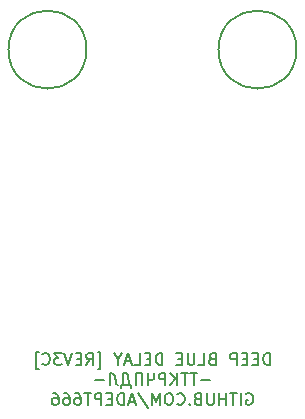
<source format=gbr>
G04 #@! TF.GenerationSoftware,KiCad,Pcbnew,5.1.12-84ad8e8a86~92~ubuntu20.04.1*
G04 #@! TF.CreationDate,2024-08-07T09:29:16+00:00*
G04 #@! TF.ProjectId,___-1.17.C-1,221a1f2d-312e-4313-972e-432d312e6b69,3C*
G04 #@! TF.SameCoordinates,Original*
G04 #@! TF.FileFunction,Legend,Bot*
G04 #@! TF.FilePolarity,Positive*
%FSLAX46Y46*%
G04 Gerber Fmt 4.6, Leading zero omitted, Abs format (unit mm)*
G04 Created by KiCad (PCBNEW 5.1.12-84ad8e8a86~92~ubuntu20.04.1) date 2024-08-07 09:29:16*
%MOMM*%
%LPD*%
G01*
G04 APERTURE LIST*
%ADD10C,0.200000*%
%ADD11C,2.100000*%
%ADD12C,6.200000*%
%ADD13O,5.200000X3.200000*%
%ADD14O,3.200000X5.200000*%
%ADD15O,5.700000X3.200000*%
G04 APERTURE END LIST*
D10*
X115338571Y-124482380D02*
X115338571Y-123482380D01*
X115100476Y-123482380D01*
X114957619Y-123530000D01*
X114862380Y-123625238D01*
X114814761Y-123720476D01*
X114767142Y-123910952D01*
X114767142Y-124053809D01*
X114814761Y-124244285D01*
X114862380Y-124339523D01*
X114957619Y-124434761D01*
X115100476Y-124482380D01*
X115338571Y-124482380D01*
X114338571Y-123958571D02*
X114005238Y-123958571D01*
X113862380Y-124482380D02*
X114338571Y-124482380D01*
X114338571Y-123482380D01*
X113862380Y-123482380D01*
X113433809Y-123958571D02*
X113100476Y-123958571D01*
X112957619Y-124482380D02*
X113433809Y-124482380D01*
X113433809Y-123482380D01*
X112957619Y-123482380D01*
X112529047Y-124482380D02*
X112529047Y-123482380D01*
X112148095Y-123482380D01*
X112052857Y-123530000D01*
X112005238Y-123577619D01*
X111957619Y-123672857D01*
X111957619Y-123815714D01*
X112005238Y-123910952D01*
X112052857Y-123958571D01*
X112148095Y-124006190D01*
X112529047Y-124006190D01*
X110433809Y-123958571D02*
X110290952Y-124006190D01*
X110243333Y-124053809D01*
X110195714Y-124149047D01*
X110195714Y-124291904D01*
X110243333Y-124387142D01*
X110290952Y-124434761D01*
X110386190Y-124482380D01*
X110767142Y-124482380D01*
X110767142Y-123482380D01*
X110433809Y-123482380D01*
X110338571Y-123530000D01*
X110290952Y-123577619D01*
X110243333Y-123672857D01*
X110243333Y-123768095D01*
X110290952Y-123863333D01*
X110338571Y-123910952D01*
X110433809Y-123958571D01*
X110767142Y-123958571D01*
X109290952Y-124482380D02*
X109767142Y-124482380D01*
X109767142Y-123482380D01*
X108957619Y-123482380D02*
X108957619Y-124291904D01*
X108910000Y-124387142D01*
X108862380Y-124434761D01*
X108767142Y-124482380D01*
X108576666Y-124482380D01*
X108481428Y-124434761D01*
X108433809Y-124387142D01*
X108386190Y-124291904D01*
X108386190Y-123482380D01*
X107910000Y-123958571D02*
X107576666Y-123958571D01*
X107433809Y-124482380D02*
X107910000Y-124482380D01*
X107910000Y-123482380D01*
X107433809Y-123482380D01*
X106243333Y-124482380D02*
X106243333Y-123482380D01*
X106005238Y-123482380D01*
X105862380Y-123530000D01*
X105767142Y-123625238D01*
X105719523Y-123720476D01*
X105671904Y-123910952D01*
X105671904Y-124053809D01*
X105719523Y-124244285D01*
X105767142Y-124339523D01*
X105862380Y-124434761D01*
X106005238Y-124482380D01*
X106243333Y-124482380D01*
X105243333Y-123958571D02*
X104910000Y-123958571D01*
X104767142Y-124482380D02*
X105243333Y-124482380D01*
X105243333Y-123482380D01*
X104767142Y-123482380D01*
X103862380Y-124482380D02*
X104338571Y-124482380D01*
X104338571Y-123482380D01*
X103576666Y-124196666D02*
X103100476Y-124196666D01*
X103671904Y-124482380D02*
X103338571Y-123482380D01*
X103005238Y-124482380D01*
X102481428Y-124006190D02*
X102481428Y-124482380D01*
X102814761Y-123482380D02*
X102481428Y-124006190D01*
X102148095Y-123482380D01*
X100767142Y-124815714D02*
X101005238Y-124815714D01*
X101005238Y-123387142D01*
X100767142Y-123387142D01*
X99814761Y-124482380D02*
X100148095Y-124006190D01*
X100386190Y-124482380D02*
X100386190Y-123482380D01*
X100005238Y-123482380D01*
X99910000Y-123530000D01*
X99862380Y-123577619D01*
X99814761Y-123672857D01*
X99814761Y-123815714D01*
X99862380Y-123910952D01*
X99910000Y-123958571D01*
X100005238Y-124006190D01*
X100386190Y-124006190D01*
X99386190Y-123958571D02*
X99052857Y-123958571D01*
X98910000Y-124482380D02*
X99386190Y-124482380D01*
X99386190Y-123482380D01*
X98910000Y-123482380D01*
X98624285Y-123482380D02*
X98290952Y-124482380D01*
X97957619Y-123482380D01*
X97719523Y-123482380D02*
X97100476Y-123482380D01*
X97433809Y-123863333D01*
X97290952Y-123863333D01*
X97195714Y-123910952D01*
X97148095Y-123958571D01*
X97100476Y-124053809D01*
X97100476Y-124291904D01*
X97148095Y-124387142D01*
X97195714Y-124434761D01*
X97290952Y-124482380D01*
X97576666Y-124482380D01*
X97671904Y-124434761D01*
X97719523Y-124387142D01*
X96100476Y-124387142D02*
X96148095Y-124434761D01*
X96290952Y-124482380D01*
X96386190Y-124482380D01*
X96529047Y-124434761D01*
X96624285Y-124339523D01*
X96671904Y-124244285D01*
X96719523Y-124053809D01*
X96719523Y-123910952D01*
X96671904Y-123720476D01*
X96624285Y-123625238D01*
X96529047Y-123530000D01*
X96386190Y-123482380D01*
X96290952Y-123482380D01*
X96148095Y-123530000D01*
X96100476Y-123577619D01*
X95767142Y-124815714D02*
X95529047Y-124815714D01*
X95529047Y-123387142D01*
X95767142Y-123387142D01*
X110267142Y-125801428D02*
X109505238Y-125801428D01*
X109171904Y-125182380D02*
X108600476Y-125182380D01*
X108886190Y-126182380D02*
X108886190Y-125182380D01*
X108410000Y-125182380D02*
X107838571Y-125182380D01*
X108124285Y-126182380D02*
X108124285Y-125182380D01*
X107505238Y-126182380D02*
X107505238Y-125182380D01*
X106933809Y-126182380D02*
X107362380Y-125610952D01*
X106933809Y-125182380D02*
X107505238Y-125753809D01*
X106505238Y-126182380D02*
X106505238Y-125182380D01*
X106124285Y-125182380D01*
X106029047Y-125230000D01*
X105981428Y-125277619D01*
X105933809Y-125372857D01*
X105933809Y-125515714D01*
X105981428Y-125610952D01*
X106029047Y-125658571D01*
X106124285Y-125706190D01*
X106505238Y-125706190D01*
X105029047Y-125182380D02*
X105029047Y-126182380D01*
X105552857Y-125182380D02*
X105552857Y-125563333D01*
X105505238Y-125658571D01*
X105457619Y-125706190D01*
X105362380Y-125753809D01*
X105029047Y-125753809D01*
X104552857Y-126182380D02*
X104552857Y-125182380D01*
X103981428Y-125182380D01*
X103981428Y-126182380D01*
X102743333Y-126420476D02*
X102743333Y-126182380D01*
X103600476Y-126182380D01*
X103600476Y-126420476D01*
X102933809Y-126182380D02*
X102933809Y-125182380D01*
X103171904Y-125182380D01*
X103267142Y-125230000D01*
X103314761Y-125277619D01*
X103362380Y-125372857D01*
X103457619Y-126182380D01*
X101790952Y-126182380D02*
X101790952Y-125182380D01*
X101933809Y-125182380D01*
X102076666Y-125230000D01*
X102171904Y-125325238D01*
X102219523Y-125468095D01*
X102314761Y-126039523D01*
X102362380Y-126134761D01*
X102457619Y-126182380D01*
X102505238Y-126182380D01*
X101314761Y-125801428D02*
X100552857Y-125801428D01*
X113362380Y-126930000D02*
X113457619Y-126882380D01*
X113600476Y-126882380D01*
X113743333Y-126930000D01*
X113838571Y-127025238D01*
X113886190Y-127120476D01*
X113933809Y-127310952D01*
X113933809Y-127453809D01*
X113886190Y-127644285D01*
X113838571Y-127739523D01*
X113743333Y-127834761D01*
X113600476Y-127882380D01*
X113505238Y-127882380D01*
X113362380Y-127834761D01*
X113314761Y-127787142D01*
X113314761Y-127453809D01*
X113505238Y-127453809D01*
X112886190Y-127882380D02*
X112886190Y-126882380D01*
X112552857Y-126882380D02*
X111981428Y-126882380D01*
X112267142Y-127882380D02*
X112267142Y-126882380D01*
X111648095Y-127882380D02*
X111648095Y-126882380D01*
X111648095Y-127358571D02*
X111076666Y-127358571D01*
X111076666Y-127882380D02*
X111076666Y-126882380D01*
X110600476Y-126882380D02*
X110600476Y-127691904D01*
X110552857Y-127787142D01*
X110505238Y-127834761D01*
X110410000Y-127882380D01*
X110219523Y-127882380D01*
X110124285Y-127834761D01*
X110076666Y-127787142D01*
X110029047Y-127691904D01*
X110029047Y-126882380D01*
X109219523Y-127358571D02*
X109076666Y-127406190D01*
X109029047Y-127453809D01*
X108981428Y-127549047D01*
X108981428Y-127691904D01*
X109029047Y-127787142D01*
X109076666Y-127834761D01*
X109171904Y-127882380D01*
X109552857Y-127882380D01*
X109552857Y-126882380D01*
X109219523Y-126882380D01*
X109124285Y-126930000D01*
X109076666Y-126977619D01*
X109029047Y-127072857D01*
X109029047Y-127168095D01*
X109076666Y-127263333D01*
X109124285Y-127310952D01*
X109219523Y-127358571D01*
X109552857Y-127358571D01*
X108552857Y-127787142D02*
X108505238Y-127834761D01*
X108552857Y-127882380D01*
X108600476Y-127834761D01*
X108552857Y-127787142D01*
X108552857Y-127882380D01*
X107505238Y-127787142D02*
X107552857Y-127834761D01*
X107695714Y-127882380D01*
X107790952Y-127882380D01*
X107933809Y-127834761D01*
X108029047Y-127739523D01*
X108076666Y-127644285D01*
X108124285Y-127453809D01*
X108124285Y-127310952D01*
X108076666Y-127120476D01*
X108029047Y-127025238D01*
X107933809Y-126930000D01*
X107790952Y-126882380D01*
X107695714Y-126882380D01*
X107552857Y-126930000D01*
X107505238Y-126977619D01*
X106886190Y-126882380D02*
X106695714Y-126882380D01*
X106600476Y-126930000D01*
X106505238Y-127025238D01*
X106457619Y-127215714D01*
X106457619Y-127549047D01*
X106505238Y-127739523D01*
X106600476Y-127834761D01*
X106695714Y-127882380D01*
X106886190Y-127882380D01*
X106981428Y-127834761D01*
X107076666Y-127739523D01*
X107124285Y-127549047D01*
X107124285Y-127215714D01*
X107076666Y-127025238D01*
X106981428Y-126930000D01*
X106886190Y-126882380D01*
X106029047Y-127882380D02*
X106029047Y-126882380D01*
X105695714Y-127596666D01*
X105362380Y-126882380D01*
X105362380Y-127882380D01*
X104171904Y-126834761D02*
X105029047Y-128120476D01*
X103886190Y-127596666D02*
X103410000Y-127596666D01*
X103981428Y-127882380D02*
X103648095Y-126882380D01*
X103314761Y-127882380D01*
X102981428Y-127882380D02*
X102981428Y-126882380D01*
X102743333Y-126882380D01*
X102600476Y-126930000D01*
X102505238Y-127025238D01*
X102457619Y-127120476D01*
X102410000Y-127310952D01*
X102410000Y-127453809D01*
X102457619Y-127644285D01*
X102505238Y-127739523D01*
X102600476Y-127834761D01*
X102743333Y-127882380D01*
X102981428Y-127882380D01*
X101981428Y-127358571D02*
X101648095Y-127358571D01*
X101505238Y-127882380D02*
X101981428Y-127882380D01*
X101981428Y-126882380D01*
X101505238Y-126882380D01*
X101076666Y-127882380D02*
X101076666Y-126882380D01*
X100695714Y-126882380D01*
X100600476Y-126930000D01*
X100552857Y-126977619D01*
X100505238Y-127072857D01*
X100505238Y-127215714D01*
X100552857Y-127310952D01*
X100600476Y-127358571D01*
X100695714Y-127406190D01*
X101076666Y-127406190D01*
X100219523Y-126882380D02*
X99648095Y-126882380D01*
X99933809Y-127882380D02*
X99933809Y-126882380D01*
X98886190Y-126882380D02*
X99076666Y-126882380D01*
X99171904Y-126930000D01*
X99219523Y-126977619D01*
X99314761Y-127120476D01*
X99362380Y-127310952D01*
X99362380Y-127691904D01*
X99314761Y-127787142D01*
X99267142Y-127834761D01*
X99171904Y-127882380D01*
X98981428Y-127882380D01*
X98886190Y-127834761D01*
X98838571Y-127787142D01*
X98790952Y-127691904D01*
X98790952Y-127453809D01*
X98838571Y-127358571D01*
X98886190Y-127310952D01*
X98981428Y-127263333D01*
X99171904Y-127263333D01*
X99267142Y-127310952D01*
X99314761Y-127358571D01*
X99362380Y-127453809D01*
X97933809Y-126882380D02*
X98124285Y-126882380D01*
X98219523Y-126930000D01*
X98267142Y-126977619D01*
X98362380Y-127120476D01*
X98410000Y-127310952D01*
X98410000Y-127691904D01*
X98362380Y-127787142D01*
X98314761Y-127834761D01*
X98219523Y-127882380D01*
X98029047Y-127882380D01*
X97933809Y-127834761D01*
X97886190Y-127787142D01*
X97838571Y-127691904D01*
X97838571Y-127453809D01*
X97886190Y-127358571D01*
X97933809Y-127310952D01*
X98029047Y-127263333D01*
X98219523Y-127263333D01*
X98314761Y-127310952D01*
X98362380Y-127358571D01*
X98410000Y-127453809D01*
X96981428Y-126882380D02*
X97171904Y-126882380D01*
X97267142Y-126930000D01*
X97314761Y-126977619D01*
X97410000Y-127120476D01*
X97457619Y-127310952D01*
X97457619Y-127691904D01*
X97410000Y-127787142D01*
X97362380Y-127834761D01*
X97267142Y-127882380D01*
X97076666Y-127882380D01*
X96981428Y-127834761D01*
X96933809Y-127787142D01*
X96886190Y-127691904D01*
X96886190Y-127453809D01*
X96933809Y-127358571D01*
X96981428Y-127310952D01*
X97076666Y-127263333D01*
X97267142Y-127263333D01*
X97362380Y-127310952D01*
X97410000Y-127358571D01*
X97457619Y-127453809D01*
X117602000Y-97790000D02*
G75*
G03*
X117602000Y-97790000I-3302000J0D01*
G01*
X99822000Y-97790000D02*
G75*
G03*
X99822000Y-97790000I-3302000J0D01*
G01*
%LPC*%
D11*
X110490000Y-133350000D03*
G36*
G01*
X106900000Y-134300000D02*
X106900000Y-132400000D01*
G75*
G02*
X107000000Y-132300000I100000J0D01*
G01*
X108900000Y-132300000D01*
G75*
G02*
X109000000Y-132400000I0J-100000D01*
G01*
X109000000Y-134300000D01*
G75*
G02*
X108900000Y-134400000I-100000J0D01*
G01*
X107000000Y-134400000D01*
G75*
G02*
X106900000Y-134300000I0J100000D01*
G01*
G37*
X105410000Y-133350000D03*
G36*
G01*
X101820000Y-134300000D02*
X101820000Y-132400000D01*
G75*
G02*
X101920000Y-132300000I100000J0D01*
G01*
X103820000Y-132300000D01*
G75*
G02*
X103920000Y-132400000I0J-100000D01*
G01*
X103920000Y-134300000D01*
G75*
G02*
X103820000Y-134400000I-100000J0D01*
G01*
X101920000Y-134400000D01*
G75*
G02*
X101820000Y-134300000I0J100000D01*
G01*
G37*
X100330000Y-133350000D03*
X91440000Y-119380000D03*
G36*
G01*
X87850000Y-120330000D02*
X87850000Y-118430000D01*
G75*
G02*
X87950000Y-118330000I100000J0D01*
G01*
X89850000Y-118330000D01*
G75*
G02*
X89950000Y-118430000I0J-100000D01*
G01*
X89950000Y-120330000D01*
G75*
G02*
X89850000Y-120430000I-100000J0D01*
G01*
X87950000Y-120430000D01*
G75*
G02*
X87850000Y-120330000I0J100000D01*
G01*
G37*
X86360000Y-119380000D03*
G36*
G01*
X82770000Y-120330000D02*
X82770000Y-118430000D01*
G75*
G02*
X82870000Y-118330000I100000J0D01*
G01*
X84770000Y-118330000D01*
G75*
G02*
X84870000Y-118430000I0J-100000D01*
G01*
X84870000Y-120330000D01*
G75*
G02*
X84770000Y-120430000I-100000J0D01*
G01*
X82870000Y-120430000D01*
G75*
G02*
X82770000Y-120330000I0J100000D01*
G01*
G37*
X81280000Y-119380000D03*
X129540000Y-119380000D03*
G36*
G01*
X125950000Y-120330000D02*
X125950000Y-118430000D01*
G75*
G02*
X126050000Y-118330000I100000J0D01*
G01*
X127950000Y-118330000D01*
G75*
G02*
X128050000Y-118430000I0J-100000D01*
G01*
X128050000Y-120330000D01*
G75*
G02*
X127950000Y-120430000I-100000J0D01*
G01*
X126050000Y-120430000D01*
G75*
G02*
X125950000Y-120330000I0J100000D01*
G01*
G37*
X124460000Y-119380000D03*
G36*
G01*
X120870000Y-120330000D02*
X120870000Y-118430000D01*
G75*
G02*
X120970000Y-118330000I100000J0D01*
G01*
X122870000Y-118330000D01*
G75*
G02*
X122970000Y-118430000I0J-100000D01*
G01*
X122970000Y-120330000D01*
G75*
G02*
X122870000Y-120430000I-100000J0D01*
G01*
X120970000Y-120430000D01*
G75*
G02*
X120870000Y-120330000I0J100000D01*
G01*
G37*
X119380000Y-119380000D03*
X90170000Y-161925000D03*
G36*
G01*
X82330000Y-160975000D02*
X82330000Y-162875000D01*
G75*
G02*
X82230000Y-162975000I-100000J0D01*
G01*
X80330000Y-162975000D01*
G75*
G02*
X80230000Y-162875000I0J100000D01*
G01*
X80230000Y-160975000D01*
G75*
G02*
X80330000Y-160875000I100000J0D01*
G01*
X82230000Y-160875000D01*
G75*
G02*
X82330000Y-160975000I0J-100000D01*
G01*
G37*
G36*
G01*
X109060000Y-168890000D02*
X109060000Y-166390000D01*
G75*
G02*
X109160000Y-166290000I100000J0D01*
G01*
X111660000Y-166290000D01*
G75*
G02*
X111760000Y-166390000I0J-100000D01*
G01*
X111760000Y-168890000D01*
G75*
G02*
X111660000Y-168990000I-100000J0D01*
G01*
X109160000Y-168990000D01*
G75*
G02*
X109060000Y-168890000I0J100000D01*
G01*
G37*
G36*
G01*
X109060000Y-172890000D02*
X109060000Y-170390000D01*
G75*
G02*
X109160000Y-170290000I100000J0D01*
G01*
X111660000Y-170290000D01*
G75*
G02*
X111760000Y-170390000I0J-100000D01*
G01*
X111760000Y-172890000D01*
G75*
G02*
X111660000Y-172990000I-100000J0D01*
G01*
X109160000Y-172990000D01*
G75*
G02*
X109060000Y-172890000I0J100000D01*
G01*
G37*
G36*
G01*
X109060000Y-164890000D02*
X109060000Y-162390000D01*
G75*
G02*
X109160000Y-162290000I100000J0D01*
G01*
X111660000Y-162290000D01*
G75*
G02*
X111760000Y-162390000I0J-100000D01*
G01*
X111760000Y-164890000D01*
G75*
G02*
X111660000Y-164990000I-100000J0D01*
G01*
X109160000Y-164990000D01*
G75*
G02*
X109060000Y-164890000I0J100000D01*
G01*
G37*
G36*
G01*
X104060000Y-168890000D02*
X104060000Y-166390000D01*
G75*
G02*
X104160000Y-166290000I100000J0D01*
G01*
X106660000Y-166290000D01*
G75*
G02*
X106760000Y-166390000I0J-100000D01*
G01*
X106760000Y-168890000D01*
G75*
G02*
X106660000Y-168990000I-100000J0D01*
G01*
X104160000Y-168990000D01*
G75*
G02*
X104060000Y-168890000I0J100000D01*
G01*
G37*
G36*
G01*
X104060000Y-172890000D02*
X104060000Y-170390000D01*
G75*
G02*
X104160000Y-170290000I100000J0D01*
G01*
X106660000Y-170290000D01*
G75*
G02*
X106760000Y-170390000I0J-100000D01*
G01*
X106760000Y-172890000D01*
G75*
G02*
X106660000Y-172990000I-100000J0D01*
G01*
X104160000Y-172990000D01*
G75*
G02*
X104060000Y-172890000I0J100000D01*
G01*
G37*
G36*
G01*
X104060000Y-164890000D02*
X104060000Y-162390000D01*
G75*
G02*
X104160000Y-162290000I100000J0D01*
G01*
X106660000Y-162290000D01*
G75*
G02*
X106760000Y-162390000I0J-100000D01*
G01*
X106760000Y-164890000D01*
G75*
G02*
X106660000Y-164990000I-100000J0D01*
G01*
X104160000Y-164990000D01*
G75*
G02*
X104060000Y-164890000I0J100000D01*
G01*
G37*
G36*
G01*
X99060000Y-164890000D02*
X99060000Y-162390000D01*
G75*
G02*
X99160000Y-162290000I100000J0D01*
G01*
X101660000Y-162290000D01*
G75*
G02*
X101760000Y-162390000I0J-100000D01*
G01*
X101760000Y-164890000D01*
G75*
G02*
X101660000Y-164990000I-100000J0D01*
G01*
X99160000Y-164990000D01*
G75*
G02*
X99060000Y-164890000I0J100000D01*
G01*
G37*
G36*
G01*
X99060000Y-168890000D02*
X99060000Y-166390000D01*
G75*
G02*
X99160000Y-166290000I100000J0D01*
G01*
X101660000Y-166290000D01*
G75*
G02*
X101760000Y-166390000I0J-100000D01*
G01*
X101760000Y-168890000D01*
G75*
G02*
X101660000Y-168990000I-100000J0D01*
G01*
X99160000Y-168990000D01*
G75*
G02*
X99060000Y-168890000I0J100000D01*
G01*
G37*
G36*
G01*
X99060000Y-172890000D02*
X99060000Y-170390000D01*
G75*
G02*
X99160000Y-170290000I100000J0D01*
G01*
X101660000Y-170290000D01*
G75*
G02*
X101760000Y-170390000I0J-100000D01*
G01*
X101760000Y-172890000D01*
G75*
G02*
X101660000Y-172990000I-100000J0D01*
G01*
X99160000Y-172990000D01*
G75*
G02*
X99060000Y-172890000I0J100000D01*
G01*
G37*
G36*
G01*
X82330000Y-109540000D02*
X82330000Y-111440000D01*
G75*
G02*
X82230000Y-111540000I-100000J0D01*
G01*
X80330000Y-111540000D01*
G75*
G02*
X80230000Y-111440000I0J100000D01*
G01*
X80230000Y-109540000D01*
G75*
G02*
X80330000Y-109440000I100000J0D01*
G01*
X82230000Y-109440000D01*
G75*
G02*
X82330000Y-109540000I0J-100000D01*
G01*
G37*
G36*
G01*
X84870000Y-109540000D02*
X84870000Y-111440000D01*
G75*
G02*
X84770000Y-111540000I-100000J0D01*
G01*
X82870000Y-111540000D01*
G75*
G02*
X82770000Y-111440000I0J100000D01*
G01*
X82770000Y-109540000D01*
G75*
G02*
X82870000Y-109440000I100000J0D01*
G01*
X84770000Y-109440000D01*
G75*
G02*
X84870000Y-109540000I0J-100000D01*
G01*
G37*
X86360000Y-110490000D03*
G36*
G01*
X112710000Y-122970000D02*
X110810000Y-122970000D01*
G75*
G02*
X110710000Y-122870000I0J100000D01*
G01*
X110710000Y-120970000D01*
G75*
G02*
X110810000Y-120870000I100000J0D01*
G01*
X112710000Y-120870000D01*
G75*
G02*
X112810000Y-120970000I0J-100000D01*
G01*
X112810000Y-122870000D01*
G75*
G02*
X112710000Y-122970000I-100000J0D01*
G01*
G37*
G36*
G01*
X115250000Y-122970000D02*
X113350000Y-122970000D01*
G75*
G02*
X113250000Y-122870000I0J100000D01*
G01*
X113250000Y-120970000D01*
G75*
G02*
X113350000Y-120870000I100000J0D01*
G01*
X115250000Y-120870000D01*
G75*
G02*
X115350000Y-120970000I0J-100000D01*
G01*
X115350000Y-122870000D01*
G75*
G02*
X115250000Y-122970000I-100000J0D01*
G01*
G37*
G36*
G01*
X107630000Y-122970000D02*
X105730000Y-122970000D01*
G75*
G02*
X105630000Y-122870000I0J100000D01*
G01*
X105630000Y-120970000D01*
G75*
G02*
X105730000Y-120870000I100000J0D01*
G01*
X107630000Y-120870000D01*
G75*
G02*
X107730000Y-120970000I0J-100000D01*
G01*
X107730000Y-122870000D01*
G75*
G02*
X107630000Y-122970000I-100000J0D01*
G01*
G37*
G36*
G01*
X110170000Y-122970000D02*
X108270000Y-122970000D01*
G75*
G02*
X108170000Y-122870000I0J100000D01*
G01*
X108170000Y-120970000D01*
G75*
G02*
X108270000Y-120870000I100000J0D01*
G01*
X110170000Y-120870000D01*
G75*
G02*
X110270000Y-120970000I0J-100000D01*
G01*
X110270000Y-122870000D01*
G75*
G02*
X110170000Y-122970000I-100000J0D01*
G01*
G37*
G36*
G01*
X115250000Y-130590000D02*
X113350000Y-130590000D01*
G75*
G02*
X113250000Y-130490000I0J100000D01*
G01*
X113250000Y-128590000D01*
G75*
G02*
X113350000Y-128490000I100000J0D01*
G01*
X115250000Y-128490000D01*
G75*
G02*
X115350000Y-128590000I0J-100000D01*
G01*
X115350000Y-130490000D01*
G75*
G02*
X115250000Y-130590000I-100000J0D01*
G01*
G37*
G36*
G01*
X110170000Y-130590000D02*
X108270000Y-130590000D01*
G75*
G02*
X108170000Y-130490000I0J100000D01*
G01*
X108170000Y-128590000D01*
G75*
G02*
X108270000Y-128490000I100000J0D01*
G01*
X110170000Y-128490000D01*
G75*
G02*
X110270000Y-128590000I0J-100000D01*
G01*
X110270000Y-130490000D01*
G75*
G02*
X110170000Y-130590000I-100000J0D01*
G01*
G37*
G36*
G01*
X112710000Y-130590000D02*
X110810000Y-130590000D01*
G75*
G02*
X110710000Y-130490000I0J100000D01*
G01*
X110710000Y-128590000D01*
G75*
G02*
X110810000Y-128490000I100000J0D01*
G01*
X112710000Y-128490000D01*
G75*
G02*
X112810000Y-128590000I0J-100000D01*
G01*
X112810000Y-130490000D01*
G75*
G02*
X112710000Y-130590000I-100000J0D01*
G01*
G37*
G36*
G01*
X107630000Y-130590000D02*
X105730000Y-130590000D01*
G75*
G02*
X105630000Y-130490000I0J100000D01*
G01*
X105630000Y-128590000D01*
G75*
G02*
X105730000Y-128490000I100000J0D01*
G01*
X107630000Y-128490000D01*
G75*
G02*
X107730000Y-128590000I0J-100000D01*
G01*
X107730000Y-130490000D01*
G75*
G02*
X107630000Y-130590000I-100000J0D01*
G01*
G37*
G36*
G01*
X97470000Y-122970000D02*
X95570000Y-122970000D01*
G75*
G02*
X95470000Y-122870000I0J100000D01*
G01*
X95470000Y-120970000D01*
G75*
G02*
X95570000Y-120870000I100000J0D01*
G01*
X97470000Y-120870000D01*
G75*
G02*
X97570000Y-120970000I0J-100000D01*
G01*
X97570000Y-122870000D01*
G75*
G02*
X97470000Y-122970000I-100000J0D01*
G01*
G37*
G36*
G01*
X100010000Y-122970000D02*
X98110000Y-122970000D01*
G75*
G02*
X98010000Y-122870000I0J100000D01*
G01*
X98010000Y-120970000D01*
G75*
G02*
X98110000Y-120870000I100000J0D01*
G01*
X100010000Y-120870000D01*
G75*
G02*
X100110000Y-120970000I0J-100000D01*
G01*
X100110000Y-122870000D01*
G75*
G02*
X100010000Y-122970000I-100000J0D01*
G01*
G37*
G36*
G01*
X102550000Y-122970000D02*
X100650000Y-122970000D01*
G75*
G02*
X100550000Y-122870000I0J100000D01*
G01*
X100550000Y-120970000D01*
G75*
G02*
X100650000Y-120870000I100000J0D01*
G01*
X102550000Y-120870000D01*
G75*
G02*
X102650000Y-120970000I0J-100000D01*
G01*
X102650000Y-122870000D01*
G75*
G02*
X102550000Y-122970000I-100000J0D01*
G01*
G37*
G36*
G01*
X105090000Y-122970000D02*
X103190000Y-122970000D01*
G75*
G02*
X103090000Y-122870000I0J100000D01*
G01*
X103090000Y-120970000D01*
G75*
G02*
X103190000Y-120870000I100000J0D01*
G01*
X105090000Y-120870000D01*
G75*
G02*
X105190000Y-120970000I0J-100000D01*
G01*
X105190000Y-122870000D01*
G75*
G02*
X105090000Y-122970000I-100000J0D01*
G01*
G37*
G36*
G01*
X105090000Y-130590000D02*
X103190000Y-130590000D01*
G75*
G02*
X103090000Y-130490000I0J100000D01*
G01*
X103090000Y-128590000D01*
G75*
G02*
X103190000Y-128490000I100000J0D01*
G01*
X105090000Y-128490000D01*
G75*
G02*
X105190000Y-128590000I0J-100000D01*
G01*
X105190000Y-130490000D01*
G75*
G02*
X105090000Y-130590000I-100000J0D01*
G01*
G37*
G36*
G01*
X102550000Y-130590000D02*
X100650000Y-130590000D01*
G75*
G02*
X100550000Y-130490000I0J100000D01*
G01*
X100550000Y-128590000D01*
G75*
G02*
X100650000Y-128490000I100000J0D01*
G01*
X102550000Y-128490000D01*
G75*
G02*
X102650000Y-128590000I0J-100000D01*
G01*
X102650000Y-130490000D01*
G75*
G02*
X102550000Y-130590000I-100000J0D01*
G01*
G37*
G36*
G01*
X100010000Y-130590000D02*
X98110000Y-130590000D01*
G75*
G02*
X98010000Y-130490000I0J100000D01*
G01*
X98010000Y-128590000D01*
G75*
G02*
X98110000Y-128490000I100000J0D01*
G01*
X100010000Y-128490000D01*
G75*
G02*
X100110000Y-128590000I0J-100000D01*
G01*
X100110000Y-130490000D01*
G75*
G02*
X100010000Y-130590000I-100000J0D01*
G01*
G37*
X96520000Y-129540000D03*
D12*
X114300000Y-97790000D03*
X96520000Y-97790000D03*
D11*
X105410000Y-142240000D03*
G36*
G01*
X105830000Y-140750000D02*
X104990000Y-140750000D01*
G75*
G02*
X104360000Y-140120000I0J630000D01*
G01*
X104360000Y-139280000D01*
G75*
G02*
X104990000Y-138650000I630000J0D01*
G01*
X105830000Y-138650000D01*
G75*
G02*
X106460000Y-139280000I0J-630000D01*
G01*
X106460000Y-140120000D01*
G75*
G02*
X105830000Y-140750000I-630000J0D01*
G01*
G37*
G36*
G01*
X95470000Y-105090000D02*
X95470000Y-103190000D01*
G75*
G02*
X95570000Y-103090000I100000J0D01*
G01*
X97470000Y-103090000D01*
G75*
G02*
X97570000Y-103190000I0J-100000D01*
G01*
X97570000Y-105090000D01*
G75*
G02*
X97470000Y-105190000I-100000J0D01*
G01*
X95570000Y-105190000D01*
G75*
G02*
X95470000Y-105090000I0J100000D01*
G01*
G37*
G36*
G01*
X122140000Y-163510000D02*
X122140000Y-161610000D01*
G75*
G02*
X122240000Y-161510000I100000J0D01*
G01*
X124140000Y-161510000D01*
G75*
G02*
X124240000Y-161610000I0J-100000D01*
G01*
X124240000Y-163510000D01*
G75*
G02*
X124140000Y-163610000I-100000J0D01*
G01*
X122240000Y-163610000D01*
G75*
G02*
X122140000Y-163510000I0J100000D01*
G01*
G37*
G36*
G01*
X104360000Y-177480000D02*
X104360000Y-175580000D01*
G75*
G02*
X104460000Y-175480000I100000J0D01*
G01*
X106360000Y-175480000D01*
G75*
G02*
X106460000Y-175580000I0J-100000D01*
G01*
X106460000Y-177480000D01*
G75*
G02*
X106360000Y-177580000I-100000J0D01*
G01*
X104460000Y-177580000D01*
G75*
G02*
X104360000Y-177480000I0J100000D01*
G01*
G37*
D13*
X105410000Y-101480000D03*
D14*
X100610000Y-104980000D03*
D15*
X105410000Y-107480000D03*
G36*
G01*
X94040000Y-140160000D02*
X97040000Y-140160000D01*
G75*
G02*
X97140000Y-140260000I0J-100000D01*
G01*
X97140000Y-143260000D01*
G75*
G02*
X97040000Y-143360000I-100000J0D01*
G01*
X94040000Y-143360000D01*
G75*
G02*
X93940000Y-143260000I0J100000D01*
G01*
X93940000Y-140260000D01*
G75*
G02*
X94040000Y-140160000I100000J0D01*
G01*
G37*
G36*
G01*
X87740000Y-140160000D02*
X90740000Y-140160000D01*
G75*
G02*
X90840000Y-140260000I0J-100000D01*
G01*
X90840000Y-143260000D01*
G75*
G02*
X90740000Y-143360000I-100000J0D01*
G01*
X87740000Y-143360000D01*
G75*
G02*
X87640000Y-143260000I0J100000D01*
G01*
X87640000Y-140260000D01*
G75*
G02*
X87740000Y-140160000I100000J0D01*
G01*
G37*
G36*
G01*
X81440000Y-140160000D02*
X84440000Y-140160000D01*
G75*
G02*
X84540000Y-140260000I0J-100000D01*
G01*
X84540000Y-143260000D01*
G75*
G02*
X84440000Y-143360000I-100000J0D01*
G01*
X81440000Y-143360000D01*
G75*
G02*
X81340000Y-143260000I0J100000D01*
G01*
X81340000Y-140260000D01*
G75*
G02*
X81440000Y-140160000I100000J0D01*
G01*
G37*
G36*
G01*
X94040000Y-156360000D02*
X97040000Y-156360000D01*
G75*
G02*
X97140000Y-156460000I0J-100000D01*
G01*
X97140000Y-159460000D01*
G75*
G02*
X97040000Y-159560000I-100000J0D01*
G01*
X94040000Y-159560000D01*
G75*
G02*
X93940000Y-159460000I0J100000D01*
G01*
X93940000Y-156460000D01*
G75*
G02*
X94040000Y-156360000I100000J0D01*
G01*
G37*
G36*
G01*
X87740000Y-156360000D02*
X90740000Y-156360000D01*
G75*
G02*
X90840000Y-156460000I0J-100000D01*
G01*
X90840000Y-159460000D01*
G75*
G02*
X90740000Y-159560000I-100000J0D01*
G01*
X87740000Y-159560000D01*
G75*
G02*
X87640000Y-159460000I0J100000D01*
G01*
X87640000Y-156460000D01*
G75*
G02*
X87740000Y-156360000I100000J0D01*
G01*
G37*
G36*
G01*
X81440000Y-156360000D02*
X84440000Y-156360000D01*
G75*
G02*
X84540000Y-156460000I0J-100000D01*
G01*
X84540000Y-159460000D01*
G75*
G02*
X84440000Y-159560000I-100000J0D01*
G01*
X81440000Y-159560000D01*
G75*
G02*
X81340000Y-159460000I0J100000D01*
G01*
X81340000Y-156460000D01*
G75*
G02*
X81440000Y-156360000I100000J0D01*
G01*
G37*
G36*
G01*
X116780000Y-159560000D02*
X113780000Y-159560000D01*
G75*
G02*
X113680000Y-159460000I0J100000D01*
G01*
X113680000Y-156460000D01*
G75*
G02*
X113780000Y-156360000I100000J0D01*
G01*
X116780000Y-156360000D01*
G75*
G02*
X116880000Y-156460000I0J-100000D01*
G01*
X116880000Y-159460000D01*
G75*
G02*
X116780000Y-159560000I-100000J0D01*
G01*
G37*
G36*
G01*
X123080000Y-159560000D02*
X120080000Y-159560000D01*
G75*
G02*
X119980000Y-159460000I0J100000D01*
G01*
X119980000Y-156460000D01*
G75*
G02*
X120080000Y-156360000I100000J0D01*
G01*
X123080000Y-156360000D01*
G75*
G02*
X123180000Y-156460000I0J-100000D01*
G01*
X123180000Y-159460000D01*
G75*
G02*
X123080000Y-159560000I-100000J0D01*
G01*
G37*
G36*
G01*
X129380000Y-159560000D02*
X126380000Y-159560000D01*
G75*
G02*
X126280000Y-159460000I0J100000D01*
G01*
X126280000Y-156460000D01*
G75*
G02*
X126380000Y-156360000I100000J0D01*
G01*
X129380000Y-156360000D01*
G75*
G02*
X129480000Y-156460000I0J-100000D01*
G01*
X129480000Y-159460000D01*
G75*
G02*
X129380000Y-159560000I-100000J0D01*
G01*
G37*
G36*
G01*
X116780000Y-143360000D02*
X113780000Y-143360000D01*
G75*
G02*
X113680000Y-143260000I0J100000D01*
G01*
X113680000Y-140260000D01*
G75*
G02*
X113780000Y-140160000I100000J0D01*
G01*
X116780000Y-140160000D01*
G75*
G02*
X116880000Y-140260000I0J-100000D01*
G01*
X116880000Y-143260000D01*
G75*
G02*
X116780000Y-143360000I-100000J0D01*
G01*
G37*
G36*
G01*
X123080000Y-143360000D02*
X120080000Y-143360000D01*
G75*
G02*
X119980000Y-143260000I0J100000D01*
G01*
X119980000Y-140260000D01*
G75*
G02*
X120080000Y-140160000I100000J0D01*
G01*
X123080000Y-140160000D01*
G75*
G02*
X123180000Y-140260000I0J-100000D01*
G01*
X123180000Y-143260000D01*
G75*
G02*
X123080000Y-143360000I-100000J0D01*
G01*
G37*
G36*
G01*
X129380000Y-143360000D02*
X126380000Y-143360000D01*
G75*
G02*
X126280000Y-143260000I0J100000D01*
G01*
X126280000Y-140260000D01*
G75*
G02*
X126380000Y-140160000I100000J0D01*
G01*
X129380000Y-140160000D01*
G75*
G02*
X129480000Y-140260000I0J-100000D01*
G01*
X129480000Y-143260000D01*
G75*
G02*
X129380000Y-143360000I-100000J0D01*
G01*
G37*
M02*

</source>
